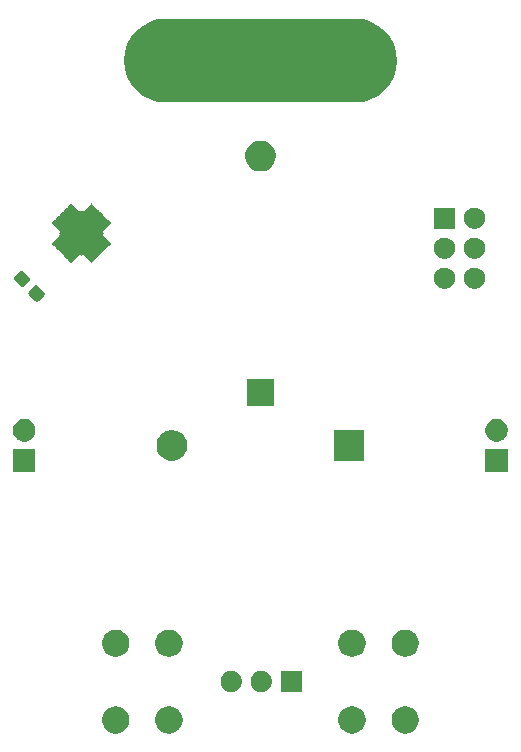
<source format=gbr>
G04 #@! TF.GenerationSoftware,KiCad,Pcbnew,(5.1.6)-1*
G04 #@! TF.CreationDate,2020-10-13T14:36:48-04:00*
G04 #@! TF.ProjectId,Ornament,4f726e61-6d65-46e7-942e-6b696361645f,rev?*
G04 #@! TF.SameCoordinates,Original*
G04 #@! TF.FileFunction,Soldermask,Top*
G04 #@! TF.FilePolarity,Negative*
%FSLAX46Y46*%
G04 Gerber Fmt 4.6, Leading zero omitted, Abs format (unit mm)*
G04 Created by KiCad (PCBNEW (5.1.6)-1) date 2020-10-13 14:36:48*
%MOMM*%
%LPD*%
G01*
G04 APERTURE LIST*
%ADD10C,0.100000*%
G04 APERTURE END LIST*
D10*
G36*
X92474549Y-122121116D02*
G01*
X92585734Y-122143232D01*
X92795203Y-122229997D01*
X92983720Y-122355960D01*
X93144040Y-122516280D01*
X93270003Y-122704797D01*
X93356768Y-122914266D01*
X93401000Y-123136636D01*
X93401000Y-123363364D01*
X93356768Y-123585734D01*
X93270003Y-123795203D01*
X93144040Y-123983720D01*
X92983720Y-124144040D01*
X92795203Y-124270003D01*
X92585734Y-124356768D01*
X92474549Y-124378884D01*
X92363365Y-124401000D01*
X92136635Y-124401000D01*
X92025451Y-124378884D01*
X91914266Y-124356768D01*
X91704797Y-124270003D01*
X91516280Y-124144040D01*
X91355960Y-123983720D01*
X91229997Y-123795203D01*
X91143232Y-123585734D01*
X91099000Y-123363364D01*
X91099000Y-123136636D01*
X91143232Y-122914266D01*
X91229997Y-122704797D01*
X91355960Y-122516280D01*
X91516280Y-122355960D01*
X91704797Y-122229997D01*
X91914266Y-122143232D01*
X92025451Y-122121116D01*
X92136635Y-122099000D01*
X92363365Y-122099000D01*
X92474549Y-122121116D01*
G37*
G36*
X87974549Y-122121116D02*
G01*
X88085734Y-122143232D01*
X88295203Y-122229997D01*
X88483720Y-122355960D01*
X88644040Y-122516280D01*
X88770003Y-122704797D01*
X88856768Y-122914266D01*
X88901000Y-123136636D01*
X88901000Y-123363364D01*
X88856768Y-123585734D01*
X88770003Y-123795203D01*
X88644040Y-123983720D01*
X88483720Y-124144040D01*
X88295203Y-124270003D01*
X88085734Y-124356768D01*
X87974549Y-124378884D01*
X87863365Y-124401000D01*
X87636635Y-124401000D01*
X87525451Y-124378884D01*
X87414266Y-124356768D01*
X87204797Y-124270003D01*
X87016280Y-124144040D01*
X86855960Y-123983720D01*
X86729997Y-123795203D01*
X86643232Y-123585734D01*
X86599000Y-123363364D01*
X86599000Y-123136636D01*
X86643232Y-122914266D01*
X86729997Y-122704797D01*
X86855960Y-122516280D01*
X87016280Y-122355960D01*
X87204797Y-122229997D01*
X87414266Y-122143232D01*
X87525451Y-122121116D01*
X87636635Y-122099000D01*
X87863365Y-122099000D01*
X87974549Y-122121116D01*
G37*
G36*
X112474549Y-122121116D02*
G01*
X112585734Y-122143232D01*
X112795203Y-122229997D01*
X112983720Y-122355960D01*
X113144040Y-122516280D01*
X113270003Y-122704797D01*
X113356768Y-122914266D01*
X113401000Y-123136636D01*
X113401000Y-123363364D01*
X113356768Y-123585734D01*
X113270003Y-123795203D01*
X113144040Y-123983720D01*
X112983720Y-124144040D01*
X112795203Y-124270003D01*
X112585734Y-124356768D01*
X112474549Y-124378884D01*
X112363365Y-124401000D01*
X112136635Y-124401000D01*
X112025451Y-124378884D01*
X111914266Y-124356768D01*
X111704797Y-124270003D01*
X111516280Y-124144040D01*
X111355960Y-123983720D01*
X111229997Y-123795203D01*
X111143232Y-123585734D01*
X111099000Y-123363364D01*
X111099000Y-123136636D01*
X111143232Y-122914266D01*
X111229997Y-122704797D01*
X111355960Y-122516280D01*
X111516280Y-122355960D01*
X111704797Y-122229997D01*
X111914266Y-122143232D01*
X112025451Y-122121116D01*
X112136635Y-122099000D01*
X112363365Y-122099000D01*
X112474549Y-122121116D01*
G37*
G36*
X107974549Y-122121116D02*
G01*
X108085734Y-122143232D01*
X108295203Y-122229997D01*
X108483720Y-122355960D01*
X108644040Y-122516280D01*
X108770003Y-122704797D01*
X108856768Y-122914266D01*
X108901000Y-123136636D01*
X108901000Y-123363364D01*
X108856768Y-123585734D01*
X108770003Y-123795203D01*
X108644040Y-123983720D01*
X108483720Y-124144040D01*
X108295203Y-124270003D01*
X108085734Y-124356768D01*
X107974549Y-124378884D01*
X107863365Y-124401000D01*
X107636635Y-124401000D01*
X107525451Y-124378884D01*
X107414266Y-124356768D01*
X107204797Y-124270003D01*
X107016280Y-124144040D01*
X106855960Y-123983720D01*
X106729997Y-123795203D01*
X106643232Y-123585734D01*
X106599000Y-123363364D01*
X106599000Y-123136636D01*
X106643232Y-122914266D01*
X106729997Y-122704797D01*
X106855960Y-122516280D01*
X107016280Y-122355960D01*
X107204797Y-122229997D01*
X107414266Y-122143232D01*
X107525451Y-122121116D01*
X107636635Y-122099000D01*
X107863365Y-122099000D01*
X107974549Y-122121116D01*
G37*
G36*
X97633512Y-119103927D02*
G01*
X97782812Y-119133624D01*
X97946784Y-119201544D01*
X98094354Y-119300147D01*
X98219853Y-119425646D01*
X98318456Y-119573216D01*
X98386376Y-119737188D01*
X98421000Y-119911259D01*
X98421000Y-120088741D01*
X98386376Y-120262812D01*
X98318456Y-120426784D01*
X98219853Y-120574354D01*
X98094354Y-120699853D01*
X97946784Y-120798456D01*
X97782812Y-120866376D01*
X97633512Y-120896073D01*
X97608742Y-120901000D01*
X97431258Y-120901000D01*
X97406488Y-120896073D01*
X97257188Y-120866376D01*
X97093216Y-120798456D01*
X96945646Y-120699853D01*
X96820147Y-120574354D01*
X96721544Y-120426784D01*
X96653624Y-120262812D01*
X96619000Y-120088741D01*
X96619000Y-119911259D01*
X96653624Y-119737188D01*
X96721544Y-119573216D01*
X96820147Y-119425646D01*
X96945646Y-119300147D01*
X97093216Y-119201544D01*
X97257188Y-119133624D01*
X97406488Y-119103927D01*
X97431258Y-119099000D01*
X97608742Y-119099000D01*
X97633512Y-119103927D01*
G37*
G36*
X103501000Y-120901000D02*
G01*
X101699000Y-120901000D01*
X101699000Y-119099000D01*
X103501000Y-119099000D01*
X103501000Y-120901000D01*
G37*
G36*
X100173512Y-119103927D02*
G01*
X100322812Y-119133624D01*
X100486784Y-119201544D01*
X100634354Y-119300147D01*
X100759853Y-119425646D01*
X100858456Y-119573216D01*
X100926376Y-119737188D01*
X100961000Y-119911259D01*
X100961000Y-120088741D01*
X100926376Y-120262812D01*
X100858456Y-120426784D01*
X100759853Y-120574354D01*
X100634354Y-120699853D01*
X100486784Y-120798456D01*
X100322812Y-120866376D01*
X100173512Y-120896073D01*
X100148742Y-120901000D01*
X99971258Y-120901000D01*
X99946488Y-120896073D01*
X99797188Y-120866376D01*
X99633216Y-120798456D01*
X99485646Y-120699853D01*
X99360147Y-120574354D01*
X99261544Y-120426784D01*
X99193624Y-120262812D01*
X99159000Y-120088741D01*
X99159000Y-119911259D01*
X99193624Y-119737188D01*
X99261544Y-119573216D01*
X99360147Y-119425646D01*
X99485646Y-119300147D01*
X99633216Y-119201544D01*
X99797188Y-119133624D01*
X99946488Y-119103927D01*
X99971258Y-119099000D01*
X100148742Y-119099000D01*
X100173512Y-119103927D01*
G37*
G36*
X87974549Y-115621116D02*
G01*
X88085734Y-115643232D01*
X88295203Y-115729997D01*
X88483720Y-115855960D01*
X88644040Y-116016280D01*
X88770003Y-116204797D01*
X88856768Y-116414266D01*
X88901000Y-116636636D01*
X88901000Y-116863364D01*
X88856768Y-117085734D01*
X88770003Y-117295203D01*
X88644040Y-117483720D01*
X88483720Y-117644040D01*
X88295203Y-117770003D01*
X88085734Y-117856768D01*
X87974549Y-117878884D01*
X87863365Y-117901000D01*
X87636635Y-117901000D01*
X87525451Y-117878884D01*
X87414266Y-117856768D01*
X87204797Y-117770003D01*
X87016280Y-117644040D01*
X86855960Y-117483720D01*
X86729997Y-117295203D01*
X86643232Y-117085734D01*
X86599000Y-116863364D01*
X86599000Y-116636636D01*
X86643232Y-116414266D01*
X86729997Y-116204797D01*
X86855960Y-116016280D01*
X87016280Y-115855960D01*
X87204797Y-115729997D01*
X87414266Y-115643232D01*
X87525451Y-115621116D01*
X87636635Y-115599000D01*
X87863365Y-115599000D01*
X87974549Y-115621116D01*
G37*
G36*
X92474549Y-115621116D02*
G01*
X92585734Y-115643232D01*
X92795203Y-115729997D01*
X92983720Y-115855960D01*
X93144040Y-116016280D01*
X93270003Y-116204797D01*
X93356768Y-116414266D01*
X93401000Y-116636636D01*
X93401000Y-116863364D01*
X93356768Y-117085734D01*
X93270003Y-117295203D01*
X93144040Y-117483720D01*
X92983720Y-117644040D01*
X92795203Y-117770003D01*
X92585734Y-117856768D01*
X92474549Y-117878884D01*
X92363365Y-117901000D01*
X92136635Y-117901000D01*
X92025451Y-117878884D01*
X91914266Y-117856768D01*
X91704797Y-117770003D01*
X91516280Y-117644040D01*
X91355960Y-117483720D01*
X91229997Y-117295203D01*
X91143232Y-117085734D01*
X91099000Y-116863364D01*
X91099000Y-116636636D01*
X91143232Y-116414266D01*
X91229997Y-116204797D01*
X91355960Y-116016280D01*
X91516280Y-115855960D01*
X91704797Y-115729997D01*
X91914266Y-115643232D01*
X92025451Y-115621116D01*
X92136635Y-115599000D01*
X92363365Y-115599000D01*
X92474549Y-115621116D01*
G37*
G36*
X112474549Y-115621116D02*
G01*
X112585734Y-115643232D01*
X112795203Y-115729997D01*
X112983720Y-115855960D01*
X113144040Y-116016280D01*
X113270003Y-116204797D01*
X113356768Y-116414266D01*
X113401000Y-116636636D01*
X113401000Y-116863364D01*
X113356768Y-117085734D01*
X113270003Y-117295203D01*
X113144040Y-117483720D01*
X112983720Y-117644040D01*
X112795203Y-117770003D01*
X112585734Y-117856768D01*
X112474549Y-117878884D01*
X112363365Y-117901000D01*
X112136635Y-117901000D01*
X112025451Y-117878884D01*
X111914266Y-117856768D01*
X111704797Y-117770003D01*
X111516280Y-117644040D01*
X111355960Y-117483720D01*
X111229997Y-117295203D01*
X111143232Y-117085734D01*
X111099000Y-116863364D01*
X111099000Y-116636636D01*
X111143232Y-116414266D01*
X111229997Y-116204797D01*
X111355960Y-116016280D01*
X111516280Y-115855960D01*
X111704797Y-115729997D01*
X111914266Y-115643232D01*
X112025451Y-115621116D01*
X112136635Y-115599000D01*
X112363365Y-115599000D01*
X112474549Y-115621116D01*
G37*
G36*
X107974549Y-115621116D02*
G01*
X108085734Y-115643232D01*
X108295203Y-115729997D01*
X108483720Y-115855960D01*
X108644040Y-116016280D01*
X108770003Y-116204797D01*
X108856768Y-116414266D01*
X108901000Y-116636636D01*
X108901000Y-116863364D01*
X108856768Y-117085734D01*
X108770003Y-117295203D01*
X108644040Y-117483720D01*
X108483720Y-117644040D01*
X108295203Y-117770003D01*
X108085734Y-117856768D01*
X107974549Y-117878884D01*
X107863365Y-117901000D01*
X107636635Y-117901000D01*
X107525451Y-117878884D01*
X107414266Y-117856768D01*
X107204797Y-117770003D01*
X107016280Y-117644040D01*
X106855960Y-117483720D01*
X106729997Y-117295203D01*
X106643232Y-117085734D01*
X106599000Y-116863364D01*
X106599000Y-116636636D01*
X106643232Y-116414266D01*
X106729997Y-116204797D01*
X106855960Y-116016280D01*
X107016280Y-115855960D01*
X107204797Y-115729997D01*
X107414266Y-115643232D01*
X107525451Y-115621116D01*
X107636635Y-115599000D01*
X107863365Y-115599000D01*
X107974549Y-115621116D01*
G37*
G36*
X80951000Y-102221000D02*
G01*
X79049000Y-102221000D01*
X79049000Y-100319000D01*
X80951000Y-100319000D01*
X80951000Y-102221000D01*
G37*
G36*
X120951000Y-102221000D02*
G01*
X119049000Y-102221000D01*
X119049000Y-100319000D01*
X120951000Y-100319000D01*
X120951000Y-102221000D01*
G37*
G36*
X92879487Y-98748996D02*
G01*
X93059753Y-98823665D01*
X93116255Y-98847069D01*
X93329339Y-98989447D01*
X93510553Y-99170661D01*
X93621181Y-99336227D01*
X93652932Y-99383747D01*
X93751004Y-99620513D01*
X93801000Y-99871861D01*
X93801000Y-100128139D01*
X93751004Y-100379487D01*
X93652932Y-100616253D01*
X93652931Y-100616255D01*
X93510553Y-100829339D01*
X93329339Y-101010553D01*
X93116255Y-101152931D01*
X93116254Y-101152932D01*
X93116253Y-101152932D01*
X92879487Y-101251004D01*
X92628139Y-101301000D01*
X92371861Y-101301000D01*
X92120513Y-101251004D01*
X91883747Y-101152932D01*
X91883746Y-101152932D01*
X91883745Y-101152931D01*
X91670661Y-101010553D01*
X91489447Y-100829339D01*
X91347069Y-100616255D01*
X91347068Y-100616253D01*
X91248996Y-100379487D01*
X91199000Y-100128139D01*
X91199000Y-99871861D01*
X91248996Y-99620513D01*
X91347068Y-99383747D01*
X91378820Y-99336227D01*
X91489447Y-99170661D01*
X91670661Y-98989447D01*
X91883745Y-98847069D01*
X91940247Y-98823665D01*
X92120513Y-98748996D01*
X92371861Y-98699000D01*
X92628139Y-98699000D01*
X92879487Y-98748996D01*
G37*
G36*
X108801000Y-101301000D02*
G01*
X106199000Y-101301000D01*
X106199000Y-98699000D01*
X108801000Y-98699000D01*
X108801000Y-101301000D01*
G37*
G36*
X120277395Y-97815546D02*
G01*
X120450466Y-97887234D01*
X120450467Y-97887235D01*
X120606227Y-97991310D01*
X120738690Y-98123773D01*
X120738691Y-98123775D01*
X120842766Y-98279534D01*
X120914454Y-98452605D01*
X120951000Y-98636333D01*
X120951000Y-98823667D01*
X120914454Y-99007395D01*
X120842766Y-99180466D01*
X120842765Y-99180467D01*
X120738690Y-99336227D01*
X120606227Y-99468690D01*
X120527818Y-99521081D01*
X120450466Y-99572766D01*
X120277395Y-99644454D01*
X120093667Y-99681000D01*
X119906333Y-99681000D01*
X119722605Y-99644454D01*
X119549534Y-99572766D01*
X119472182Y-99521081D01*
X119393773Y-99468690D01*
X119261310Y-99336227D01*
X119157235Y-99180467D01*
X119157234Y-99180466D01*
X119085546Y-99007395D01*
X119049000Y-98823667D01*
X119049000Y-98636333D01*
X119085546Y-98452605D01*
X119157234Y-98279534D01*
X119261309Y-98123775D01*
X119261310Y-98123773D01*
X119393773Y-97991310D01*
X119549533Y-97887235D01*
X119549534Y-97887234D01*
X119722605Y-97815546D01*
X119906333Y-97779000D01*
X120093667Y-97779000D01*
X120277395Y-97815546D01*
G37*
G36*
X80277395Y-97815546D02*
G01*
X80450466Y-97887234D01*
X80450467Y-97887235D01*
X80606227Y-97991310D01*
X80738690Y-98123773D01*
X80738691Y-98123775D01*
X80842766Y-98279534D01*
X80914454Y-98452605D01*
X80951000Y-98636333D01*
X80951000Y-98823667D01*
X80914454Y-99007395D01*
X80842766Y-99180466D01*
X80842765Y-99180467D01*
X80738690Y-99336227D01*
X80606227Y-99468690D01*
X80527818Y-99521081D01*
X80450466Y-99572766D01*
X80277395Y-99644454D01*
X80093667Y-99681000D01*
X79906333Y-99681000D01*
X79722605Y-99644454D01*
X79549534Y-99572766D01*
X79472182Y-99521081D01*
X79393773Y-99468690D01*
X79261310Y-99336227D01*
X79157235Y-99180467D01*
X79157234Y-99180466D01*
X79085546Y-99007395D01*
X79049000Y-98823667D01*
X79049000Y-98636333D01*
X79085546Y-98452605D01*
X79157234Y-98279534D01*
X79261309Y-98123775D01*
X79261310Y-98123773D01*
X79393773Y-97991310D01*
X79549533Y-97887235D01*
X79549534Y-97887234D01*
X79722605Y-97815546D01*
X79906333Y-97779000D01*
X80093667Y-97779000D01*
X80277395Y-97815546D01*
G37*
G36*
X101136000Y-96640000D02*
G01*
X98864000Y-96640000D01*
X98864000Y-94368000D01*
X101136000Y-94368000D01*
X101136000Y-96640000D01*
G37*
G36*
X81047362Y-86451981D02*
G01*
X81084858Y-86463356D01*
X81119417Y-86481828D01*
X81154481Y-86510604D01*
X81676832Y-87032955D01*
X81705608Y-87068019D01*
X81724080Y-87102578D01*
X81735455Y-87140074D01*
X81739295Y-87179073D01*
X81735455Y-87218072D01*
X81724080Y-87255568D01*
X81705608Y-87290127D01*
X81676832Y-87325191D01*
X81225191Y-87776832D01*
X81190127Y-87805608D01*
X81155568Y-87824080D01*
X81118072Y-87835455D01*
X81079073Y-87839295D01*
X81040074Y-87835455D01*
X81002578Y-87824080D01*
X80968019Y-87805608D01*
X80932955Y-87776832D01*
X80410604Y-87254481D01*
X80381828Y-87219417D01*
X80363356Y-87184858D01*
X80351981Y-87147362D01*
X80348141Y-87108363D01*
X80351981Y-87069364D01*
X80363356Y-87031868D01*
X80381828Y-86997309D01*
X80410604Y-86962245D01*
X80862245Y-86510604D01*
X80897309Y-86481828D01*
X80931868Y-86463356D01*
X80969364Y-86451981D01*
X81008363Y-86448141D01*
X81047362Y-86451981D01*
G37*
G36*
X118228512Y-84955927D02*
G01*
X118377812Y-84985624D01*
X118541784Y-85053544D01*
X118689354Y-85152147D01*
X118814853Y-85277646D01*
X118913456Y-85425216D01*
X118981376Y-85589188D01*
X119011073Y-85738488D01*
X119015327Y-85759873D01*
X119016000Y-85763259D01*
X119016000Y-85940741D01*
X118981376Y-86114812D01*
X118913456Y-86278784D01*
X118814853Y-86426354D01*
X118689354Y-86551853D01*
X118541784Y-86650456D01*
X118377812Y-86718376D01*
X118228512Y-86748073D01*
X118203742Y-86753000D01*
X118026258Y-86753000D01*
X118001488Y-86748073D01*
X117852188Y-86718376D01*
X117688216Y-86650456D01*
X117540646Y-86551853D01*
X117415147Y-86426354D01*
X117316544Y-86278784D01*
X117248624Y-86114812D01*
X117214000Y-85940741D01*
X117214000Y-85763259D01*
X117214674Y-85759873D01*
X117218927Y-85738488D01*
X117248624Y-85589188D01*
X117316544Y-85425216D01*
X117415147Y-85277646D01*
X117540646Y-85152147D01*
X117688216Y-85053544D01*
X117852188Y-84985624D01*
X118001488Y-84955927D01*
X118026258Y-84951000D01*
X118203742Y-84951000D01*
X118228512Y-84955927D01*
G37*
G36*
X115688512Y-84955927D02*
G01*
X115837812Y-84985624D01*
X116001784Y-85053544D01*
X116149354Y-85152147D01*
X116274853Y-85277646D01*
X116373456Y-85425216D01*
X116441376Y-85589188D01*
X116471073Y-85738488D01*
X116475327Y-85759873D01*
X116476000Y-85763259D01*
X116476000Y-85940741D01*
X116441376Y-86114812D01*
X116373456Y-86278784D01*
X116274853Y-86426354D01*
X116149354Y-86551853D01*
X116001784Y-86650456D01*
X115837812Y-86718376D01*
X115688512Y-86748073D01*
X115663742Y-86753000D01*
X115486258Y-86753000D01*
X115461488Y-86748073D01*
X115312188Y-86718376D01*
X115148216Y-86650456D01*
X115000646Y-86551853D01*
X114875147Y-86426354D01*
X114776544Y-86278784D01*
X114708624Y-86114812D01*
X114674000Y-85940741D01*
X114674000Y-85763259D01*
X114674674Y-85759873D01*
X114678927Y-85738488D01*
X114708624Y-85589188D01*
X114776544Y-85425216D01*
X114875147Y-85277646D01*
X115000646Y-85152147D01*
X115148216Y-85053544D01*
X115312188Y-84985624D01*
X115461488Y-84955927D01*
X115486258Y-84951000D01*
X115663742Y-84951000D01*
X115688512Y-84955927D01*
G37*
G36*
X79809926Y-85214545D02*
G01*
X79847422Y-85225920D01*
X79881981Y-85244392D01*
X79917045Y-85273168D01*
X80439396Y-85795519D01*
X80468172Y-85830583D01*
X80486644Y-85865142D01*
X80498019Y-85902638D01*
X80501859Y-85941637D01*
X80498019Y-85980636D01*
X80486644Y-86018132D01*
X80468172Y-86052691D01*
X80439396Y-86087755D01*
X79987755Y-86539396D01*
X79952691Y-86568172D01*
X79918132Y-86586644D01*
X79880636Y-86598019D01*
X79841637Y-86601859D01*
X79802638Y-86598019D01*
X79765142Y-86586644D01*
X79730583Y-86568172D01*
X79695519Y-86539396D01*
X79173168Y-86017045D01*
X79144392Y-85981981D01*
X79125920Y-85947422D01*
X79114545Y-85909926D01*
X79110705Y-85870927D01*
X79114545Y-85831928D01*
X79125920Y-85794432D01*
X79144392Y-85759873D01*
X79173168Y-85724809D01*
X79624809Y-85273168D01*
X79659873Y-85244392D01*
X79694432Y-85225920D01*
X79731928Y-85214545D01*
X79770927Y-85210705D01*
X79809926Y-85214545D01*
G37*
G36*
X85707061Y-79524325D02*
G01*
X85711735Y-79525743D01*
X85716037Y-79528042D01*
X85724576Y-79535050D01*
X85928737Y-79739211D01*
X85935745Y-79747750D01*
X85938044Y-79752052D01*
X85939462Y-79756726D01*
X85940270Y-79764928D01*
X85945051Y-79788962D01*
X85954429Y-79811600D01*
X85968044Y-79831974D01*
X85985371Y-79849301D01*
X86005746Y-79862914D01*
X86028385Y-79872291D01*
X86052412Y-79877070D01*
X86060614Y-79877878D01*
X86065288Y-79879296D01*
X86069590Y-79881595D01*
X86078129Y-79888603D01*
X86282290Y-80092764D01*
X86289298Y-80101303D01*
X86291597Y-80105605D01*
X86293015Y-80110279D01*
X86293823Y-80118481D01*
X86298604Y-80142515D01*
X86307982Y-80165153D01*
X86321597Y-80185527D01*
X86338924Y-80202854D01*
X86359299Y-80216467D01*
X86381938Y-80225844D01*
X86405965Y-80230623D01*
X86414168Y-80231431D01*
X86418842Y-80232849D01*
X86423144Y-80235148D01*
X86431683Y-80242156D01*
X86635844Y-80446317D01*
X86642852Y-80454856D01*
X86645151Y-80459158D01*
X86646569Y-80463832D01*
X86647377Y-80472035D01*
X86652158Y-80496068D01*
X86661536Y-80518707D01*
X86675150Y-80539081D01*
X86692478Y-80556407D01*
X86712852Y-80570021D01*
X86735491Y-80579397D01*
X86759519Y-80584177D01*
X86767721Y-80584985D01*
X86772395Y-80586403D01*
X86776697Y-80588702D01*
X86785236Y-80595710D01*
X86989397Y-80799871D01*
X86996405Y-80808410D01*
X86998704Y-80812712D01*
X87000122Y-80817386D01*
X87000930Y-80825588D01*
X87005711Y-80849622D01*
X87015089Y-80872260D01*
X87028704Y-80892634D01*
X87046031Y-80909961D01*
X87066406Y-80923574D01*
X87089045Y-80932951D01*
X87113072Y-80937730D01*
X87121274Y-80938538D01*
X87125948Y-80939956D01*
X87130250Y-80942255D01*
X87138789Y-80949263D01*
X87342950Y-81153424D01*
X87349958Y-81161963D01*
X87352257Y-81166265D01*
X87353675Y-81170939D01*
X87354153Y-81175794D01*
X87353675Y-81180649D01*
X87352257Y-81185323D01*
X87349958Y-81189625D01*
X87342950Y-81198164D01*
X86711246Y-81829868D01*
X86695701Y-81848810D01*
X86684150Y-81870421D01*
X86677037Y-81893870D01*
X86674635Y-81918256D01*
X86677037Y-81942642D01*
X86684150Y-81966091D01*
X86695701Y-81987702D01*
X86711241Y-82006638D01*
X86746603Y-82042000D01*
X86711241Y-82077362D01*
X86695701Y-82096298D01*
X86684150Y-82117909D01*
X86677037Y-82141358D01*
X86674635Y-82165744D01*
X86677037Y-82190130D01*
X86684150Y-82213579D01*
X86695701Y-82235190D01*
X86711246Y-82254132D01*
X87342950Y-82885836D01*
X87349958Y-82894375D01*
X87352257Y-82898677D01*
X87353675Y-82903351D01*
X87354153Y-82908206D01*
X87353675Y-82913061D01*
X87352257Y-82917735D01*
X87349958Y-82922037D01*
X87342950Y-82930576D01*
X87138789Y-83134737D01*
X87130250Y-83141745D01*
X87125948Y-83144044D01*
X87121274Y-83145462D01*
X87113072Y-83146270D01*
X87089038Y-83151051D01*
X87066400Y-83160429D01*
X87046026Y-83174044D01*
X87028699Y-83191371D01*
X87015086Y-83211746D01*
X87005709Y-83234385D01*
X87000930Y-83258412D01*
X87000122Y-83266614D01*
X86998704Y-83271288D01*
X86996405Y-83275590D01*
X86989397Y-83284129D01*
X86785236Y-83488290D01*
X86776697Y-83495298D01*
X86772395Y-83497597D01*
X86767721Y-83499015D01*
X86759519Y-83499823D01*
X86735485Y-83504604D01*
X86712847Y-83513982D01*
X86692473Y-83527597D01*
X86675146Y-83544924D01*
X86661533Y-83565299D01*
X86652156Y-83587938D01*
X86647377Y-83611965D01*
X86646569Y-83620168D01*
X86645151Y-83624842D01*
X86642852Y-83629144D01*
X86635844Y-83637683D01*
X86431683Y-83841844D01*
X86423144Y-83848852D01*
X86418842Y-83851151D01*
X86414168Y-83852569D01*
X86405965Y-83853377D01*
X86381932Y-83858158D01*
X86359293Y-83867536D01*
X86338919Y-83881150D01*
X86321593Y-83898478D01*
X86307979Y-83918852D01*
X86298603Y-83941491D01*
X86293823Y-83965519D01*
X86293015Y-83973721D01*
X86291597Y-83978395D01*
X86289298Y-83982697D01*
X86282290Y-83991236D01*
X86078129Y-84195397D01*
X86069590Y-84202405D01*
X86065288Y-84204704D01*
X86060614Y-84206122D01*
X86052412Y-84206930D01*
X86028378Y-84211711D01*
X86005740Y-84221089D01*
X85985366Y-84234704D01*
X85968039Y-84252031D01*
X85954426Y-84272406D01*
X85945049Y-84295045D01*
X85940270Y-84319072D01*
X85939462Y-84327274D01*
X85938044Y-84331948D01*
X85935745Y-84336250D01*
X85928737Y-84344789D01*
X85724576Y-84548950D01*
X85716037Y-84555958D01*
X85711735Y-84558257D01*
X85707061Y-84559675D01*
X85702206Y-84560153D01*
X85697351Y-84559675D01*
X85692677Y-84558257D01*
X85688375Y-84555958D01*
X85679836Y-84548950D01*
X85048132Y-83917246D01*
X85029190Y-83901701D01*
X85007579Y-83890150D01*
X84984130Y-83883037D01*
X84959744Y-83880635D01*
X84935358Y-83883037D01*
X84911909Y-83890150D01*
X84890298Y-83901701D01*
X84871362Y-83917241D01*
X84836000Y-83952603D01*
X84800638Y-83917241D01*
X84781702Y-83901701D01*
X84760091Y-83890150D01*
X84736642Y-83883037D01*
X84712256Y-83880635D01*
X84687870Y-83883037D01*
X84664421Y-83890150D01*
X84642810Y-83901701D01*
X84623868Y-83917246D01*
X83992164Y-84548950D01*
X83983625Y-84555958D01*
X83979323Y-84558257D01*
X83974649Y-84559675D01*
X83969794Y-84560153D01*
X83964939Y-84559675D01*
X83960265Y-84558257D01*
X83955963Y-84555958D01*
X83947424Y-84548950D01*
X83743263Y-84344789D01*
X83736255Y-84336250D01*
X83733956Y-84331948D01*
X83732538Y-84327274D01*
X83731730Y-84319072D01*
X83726949Y-84295038D01*
X83717571Y-84272400D01*
X83703956Y-84252026D01*
X83686629Y-84234699D01*
X83666254Y-84221086D01*
X83643615Y-84211709D01*
X83619588Y-84206930D01*
X83611386Y-84206122D01*
X83606712Y-84204704D01*
X83602410Y-84202405D01*
X83593871Y-84195397D01*
X83389710Y-83991236D01*
X83382702Y-83982697D01*
X83380403Y-83978395D01*
X83378985Y-83973721D01*
X83378177Y-83965519D01*
X83373396Y-83941485D01*
X83364018Y-83918847D01*
X83350403Y-83898473D01*
X83333076Y-83881146D01*
X83312701Y-83867533D01*
X83290062Y-83858156D01*
X83266035Y-83853377D01*
X83257832Y-83852569D01*
X83253158Y-83851151D01*
X83248856Y-83848852D01*
X83240317Y-83841844D01*
X83036156Y-83637683D01*
X83029148Y-83629144D01*
X83026849Y-83624842D01*
X83025431Y-83620168D01*
X83024623Y-83611965D01*
X83019842Y-83587932D01*
X83010464Y-83565293D01*
X82996850Y-83544919D01*
X82979522Y-83527593D01*
X82959148Y-83513979D01*
X82936509Y-83504603D01*
X82912481Y-83499823D01*
X82904279Y-83499015D01*
X82899605Y-83497597D01*
X82895303Y-83495298D01*
X82886764Y-83488290D01*
X82682603Y-83284129D01*
X82675595Y-83275590D01*
X82673296Y-83271288D01*
X82671878Y-83266614D01*
X82671070Y-83258412D01*
X82666289Y-83234378D01*
X82656911Y-83211740D01*
X82643296Y-83191366D01*
X82625969Y-83174039D01*
X82605594Y-83160426D01*
X82582955Y-83151049D01*
X82558928Y-83146270D01*
X82550726Y-83145462D01*
X82546052Y-83144044D01*
X82541750Y-83141745D01*
X82533211Y-83134737D01*
X82329050Y-82930576D01*
X82322042Y-82922037D01*
X82319743Y-82917735D01*
X82318325Y-82913061D01*
X82317847Y-82908206D01*
X82318325Y-82903351D01*
X82319743Y-82898677D01*
X82322042Y-82894375D01*
X82329050Y-82885836D01*
X82960754Y-82254132D01*
X82976299Y-82235190D01*
X82987850Y-82213579D01*
X82994963Y-82190130D01*
X82997365Y-82165744D01*
X82994963Y-82141358D01*
X82987850Y-82117909D01*
X82976299Y-82096298D01*
X82960759Y-82077362D01*
X82925397Y-82042000D01*
X82960759Y-82006638D01*
X82976299Y-81987702D01*
X82987850Y-81966091D01*
X82994963Y-81942642D01*
X82997365Y-81918256D01*
X82994963Y-81893870D01*
X82987850Y-81870421D01*
X82976299Y-81848810D01*
X82960754Y-81829868D01*
X82329050Y-81198164D01*
X82322042Y-81189625D01*
X82319743Y-81185323D01*
X82318325Y-81180649D01*
X82317847Y-81175794D01*
X82318325Y-81170939D01*
X82319743Y-81166265D01*
X82322042Y-81161963D01*
X82329050Y-81153424D01*
X82533211Y-80949263D01*
X82541750Y-80942255D01*
X82546052Y-80939956D01*
X82550726Y-80938538D01*
X82558928Y-80937730D01*
X82582962Y-80932949D01*
X82605600Y-80923571D01*
X82625974Y-80909956D01*
X82643301Y-80892629D01*
X82656914Y-80872254D01*
X82666291Y-80849615D01*
X82671070Y-80825588D01*
X82671878Y-80817386D01*
X82673296Y-80812712D01*
X82675595Y-80808410D01*
X82682603Y-80799871D01*
X82886764Y-80595710D01*
X82895303Y-80588702D01*
X82899605Y-80586403D01*
X82904279Y-80584985D01*
X82912481Y-80584177D01*
X82936515Y-80579396D01*
X82959153Y-80570018D01*
X82979527Y-80556403D01*
X82996854Y-80539076D01*
X83010467Y-80518701D01*
X83019844Y-80496062D01*
X83024623Y-80472035D01*
X83025431Y-80463832D01*
X83026849Y-80459158D01*
X83029148Y-80454856D01*
X83036156Y-80446317D01*
X83240317Y-80242156D01*
X83248856Y-80235148D01*
X83253158Y-80232849D01*
X83257832Y-80231431D01*
X83266035Y-80230623D01*
X83290068Y-80225842D01*
X83312707Y-80216464D01*
X83333081Y-80202850D01*
X83350407Y-80185522D01*
X83364021Y-80165148D01*
X83373397Y-80142509D01*
X83378177Y-80118481D01*
X83378985Y-80110279D01*
X83380403Y-80105605D01*
X83382702Y-80101303D01*
X83389710Y-80092764D01*
X83593871Y-79888603D01*
X83602410Y-79881595D01*
X83606712Y-79879296D01*
X83611386Y-79877878D01*
X83619588Y-79877070D01*
X83643622Y-79872289D01*
X83666260Y-79862911D01*
X83686634Y-79849296D01*
X83703961Y-79831969D01*
X83717574Y-79811594D01*
X83726951Y-79788955D01*
X83731730Y-79764928D01*
X83732538Y-79756726D01*
X83733956Y-79752052D01*
X83736255Y-79747750D01*
X83743263Y-79739211D01*
X83947424Y-79535050D01*
X83955963Y-79528042D01*
X83960265Y-79525743D01*
X83964939Y-79524325D01*
X83969794Y-79523847D01*
X83974649Y-79524325D01*
X83979323Y-79525743D01*
X83983625Y-79528042D01*
X83992164Y-79535050D01*
X84623868Y-80166754D01*
X84642810Y-80182299D01*
X84664421Y-80193850D01*
X84687870Y-80200963D01*
X84712256Y-80203365D01*
X84736642Y-80200963D01*
X84760091Y-80193850D01*
X84781702Y-80182299D01*
X84800638Y-80166759D01*
X84836000Y-80131397D01*
X84871362Y-80166759D01*
X84890298Y-80182299D01*
X84911909Y-80193850D01*
X84935358Y-80200963D01*
X84959744Y-80203365D01*
X84984130Y-80200963D01*
X85007579Y-80193850D01*
X85029190Y-80182299D01*
X85048132Y-80166754D01*
X85679836Y-79535050D01*
X85688375Y-79528042D01*
X85692677Y-79525743D01*
X85697351Y-79524325D01*
X85702206Y-79523847D01*
X85707061Y-79524325D01*
G37*
G36*
X115688512Y-82415927D02*
G01*
X115837812Y-82445624D01*
X116001784Y-82513544D01*
X116149354Y-82612147D01*
X116274853Y-82737646D01*
X116373456Y-82885216D01*
X116441376Y-83049188D01*
X116476000Y-83223259D01*
X116476000Y-83400741D01*
X116441376Y-83574812D01*
X116373456Y-83738784D01*
X116274853Y-83886354D01*
X116149354Y-84011853D01*
X116001784Y-84110456D01*
X115837812Y-84178376D01*
X115688512Y-84208073D01*
X115663742Y-84213000D01*
X115486258Y-84213000D01*
X115461488Y-84208073D01*
X115312188Y-84178376D01*
X115148216Y-84110456D01*
X115000646Y-84011853D01*
X114875147Y-83886354D01*
X114776544Y-83738784D01*
X114708624Y-83574812D01*
X114674000Y-83400741D01*
X114674000Y-83223259D01*
X114708624Y-83049188D01*
X114776544Y-82885216D01*
X114875147Y-82737646D01*
X115000646Y-82612147D01*
X115148216Y-82513544D01*
X115312188Y-82445624D01*
X115461488Y-82415927D01*
X115486258Y-82411000D01*
X115663742Y-82411000D01*
X115688512Y-82415927D01*
G37*
G36*
X118228512Y-82415927D02*
G01*
X118377812Y-82445624D01*
X118541784Y-82513544D01*
X118689354Y-82612147D01*
X118814853Y-82737646D01*
X118913456Y-82885216D01*
X118981376Y-83049188D01*
X119016000Y-83223259D01*
X119016000Y-83400741D01*
X118981376Y-83574812D01*
X118913456Y-83738784D01*
X118814853Y-83886354D01*
X118689354Y-84011853D01*
X118541784Y-84110456D01*
X118377812Y-84178376D01*
X118228512Y-84208073D01*
X118203742Y-84213000D01*
X118026258Y-84213000D01*
X118001488Y-84208073D01*
X117852188Y-84178376D01*
X117688216Y-84110456D01*
X117540646Y-84011853D01*
X117415147Y-83886354D01*
X117316544Y-83738784D01*
X117248624Y-83574812D01*
X117214000Y-83400741D01*
X117214000Y-83223259D01*
X117248624Y-83049188D01*
X117316544Y-82885216D01*
X117415147Y-82737646D01*
X117540646Y-82612147D01*
X117688216Y-82513544D01*
X117852188Y-82445624D01*
X118001488Y-82415927D01*
X118026258Y-82411000D01*
X118203742Y-82411000D01*
X118228512Y-82415927D01*
G37*
G36*
X118228512Y-79875927D02*
G01*
X118377812Y-79905624D01*
X118541784Y-79973544D01*
X118689354Y-80072147D01*
X118814853Y-80197646D01*
X118913456Y-80345216D01*
X118981376Y-80509188D01*
X119016000Y-80683259D01*
X119016000Y-80860741D01*
X118981376Y-81034812D01*
X118913456Y-81198784D01*
X118814853Y-81346354D01*
X118689354Y-81471853D01*
X118541784Y-81570456D01*
X118377812Y-81638376D01*
X118228512Y-81668073D01*
X118203742Y-81673000D01*
X118026258Y-81673000D01*
X118001488Y-81668073D01*
X117852188Y-81638376D01*
X117688216Y-81570456D01*
X117540646Y-81471853D01*
X117415147Y-81346354D01*
X117316544Y-81198784D01*
X117248624Y-81034812D01*
X117214000Y-80860741D01*
X117214000Y-80683259D01*
X117248624Y-80509188D01*
X117316544Y-80345216D01*
X117415147Y-80197646D01*
X117540646Y-80072147D01*
X117688216Y-79973544D01*
X117852188Y-79905624D01*
X118001488Y-79875927D01*
X118026258Y-79871000D01*
X118203742Y-79871000D01*
X118228512Y-79875927D01*
G37*
G36*
X116476000Y-81673000D02*
G01*
X114674000Y-81673000D01*
X114674000Y-79871000D01*
X116476000Y-79871000D01*
X116476000Y-81673000D01*
G37*
G36*
X100379487Y-74252996D02*
G01*
X100616253Y-74351068D01*
X100616255Y-74351069D01*
X100829339Y-74493447D01*
X101010553Y-74674661D01*
X101152932Y-74887747D01*
X101251004Y-75124513D01*
X101301000Y-75375861D01*
X101301000Y-75632139D01*
X101251004Y-75883487D01*
X101152932Y-76120253D01*
X101152931Y-76120255D01*
X101010553Y-76333339D01*
X100829339Y-76514553D01*
X100616255Y-76656931D01*
X100616254Y-76656932D01*
X100616253Y-76656932D01*
X100379487Y-76755004D01*
X100128139Y-76805000D01*
X99871861Y-76805000D01*
X99620513Y-76755004D01*
X99383747Y-76656932D01*
X99383746Y-76656932D01*
X99383745Y-76656931D01*
X99170661Y-76514553D01*
X98989447Y-76333339D01*
X98847069Y-76120255D01*
X98847068Y-76120253D01*
X98748996Y-75883487D01*
X98699000Y-75632139D01*
X98699000Y-75375861D01*
X98748996Y-75124513D01*
X98847068Y-74887747D01*
X98989447Y-74674661D01*
X99170661Y-74493447D01*
X99383745Y-74351069D01*
X99383747Y-74351068D01*
X99620513Y-74252996D01*
X99871861Y-74203000D01*
X100128139Y-74203000D01*
X100379487Y-74252996D01*
G37*
G36*
X108696116Y-63925380D02*
G01*
X109030801Y-64026906D01*
X109365484Y-64128431D01*
X109365486Y-64128432D01*
X109982375Y-64458165D01*
X110523085Y-64901915D01*
X110966835Y-65442625D01*
X111296568Y-66059514D01*
X111499620Y-66728884D01*
X111568181Y-67425000D01*
X111499620Y-68121116D01*
X111296568Y-68790486D01*
X110966835Y-69407375D01*
X110523085Y-69948085D01*
X109982375Y-70391835D01*
X109365486Y-70721568D01*
X109365484Y-70721569D01*
X109030801Y-70823094D01*
X108696116Y-70924620D01*
X108174444Y-70976000D01*
X91825556Y-70976000D01*
X91303884Y-70924620D01*
X90969199Y-70823094D01*
X90634516Y-70721569D01*
X90634514Y-70721568D01*
X90017625Y-70391835D01*
X89476915Y-69948085D01*
X89033165Y-69407375D01*
X88703432Y-68790486D01*
X88500380Y-68121116D01*
X88431819Y-67425000D01*
X88500380Y-66728884D01*
X88703432Y-66059514D01*
X89033165Y-65442625D01*
X89476915Y-64901915D01*
X90017625Y-64458165D01*
X90634514Y-64128432D01*
X90634516Y-64128431D01*
X90969199Y-64026906D01*
X91303884Y-63925380D01*
X91825556Y-63874000D01*
X108174444Y-63874000D01*
X108696116Y-63925380D01*
G37*
M02*

</source>
